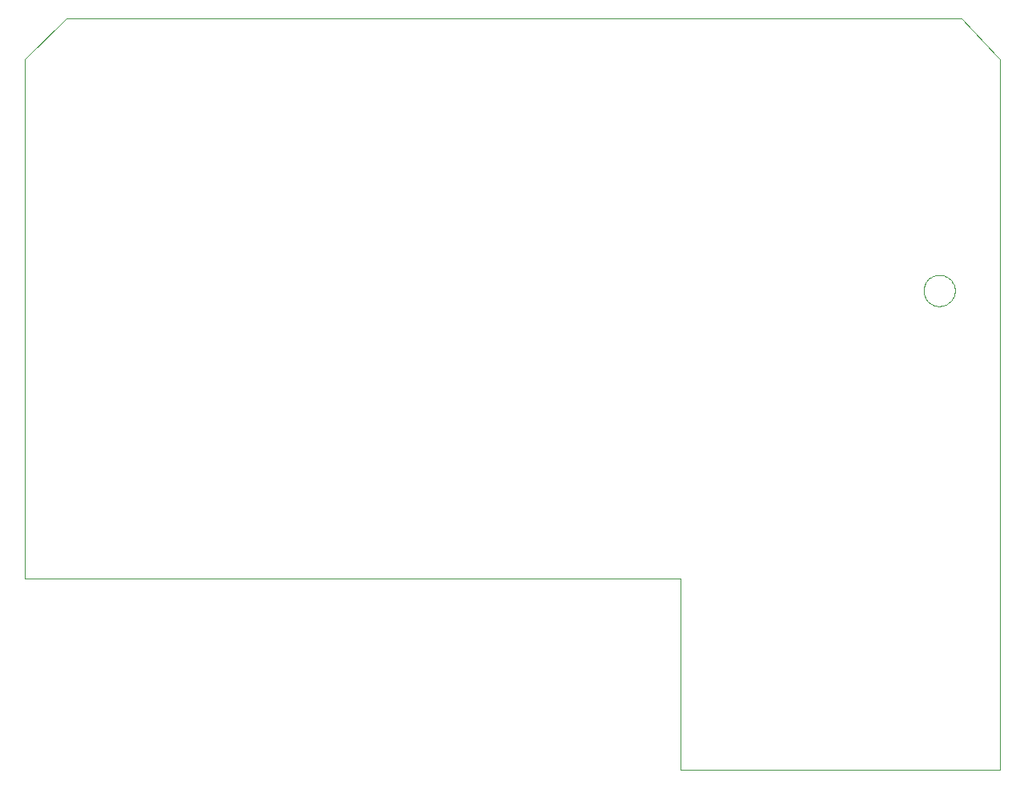
<source format=gbp>
G75*
%MOIN*%
%OFA0B0*%
%FSLAX24Y24*%
%IPPOS*%
%LPD*%
%AMOC8*
5,1,8,0,0,1.08239X$1,22.5*
%
%ADD10C,0.0010*%
%ADD11C,0.0000*%
D10*
X006460Y012268D02*
X006460Y033893D01*
X006449Y033893D01*
X008199Y035593D01*
X045445Y035593D01*
X046945Y034018D01*
X047060Y033893D01*
X047060Y004293D01*
X033760Y004293D01*
X033760Y012268D01*
X006460Y012268D01*
D11*
X043885Y024268D02*
X043887Y024318D01*
X043893Y024368D01*
X043903Y024418D01*
X043916Y024466D01*
X043933Y024514D01*
X043954Y024560D01*
X043978Y024604D01*
X044006Y024646D01*
X044037Y024686D01*
X044071Y024723D01*
X044108Y024758D01*
X044147Y024789D01*
X044188Y024818D01*
X044232Y024843D01*
X044278Y024865D01*
X044325Y024883D01*
X044373Y024897D01*
X044422Y024908D01*
X044472Y024915D01*
X044522Y024918D01*
X044573Y024917D01*
X044623Y024912D01*
X044673Y024903D01*
X044721Y024891D01*
X044769Y024874D01*
X044815Y024854D01*
X044860Y024831D01*
X044903Y024804D01*
X044943Y024774D01*
X044981Y024741D01*
X045016Y024705D01*
X045049Y024666D01*
X045078Y024625D01*
X045104Y024582D01*
X045127Y024537D01*
X045146Y024490D01*
X045161Y024442D01*
X045173Y024393D01*
X045181Y024343D01*
X045185Y024293D01*
X045185Y024243D01*
X045181Y024193D01*
X045173Y024143D01*
X045161Y024094D01*
X045146Y024046D01*
X045127Y023999D01*
X045104Y023954D01*
X045078Y023911D01*
X045049Y023870D01*
X045016Y023831D01*
X044981Y023795D01*
X044943Y023762D01*
X044903Y023732D01*
X044860Y023705D01*
X044815Y023682D01*
X044769Y023662D01*
X044721Y023645D01*
X044673Y023633D01*
X044623Y023624D01*
X044573Y023619D01*
X044522Y023618D01*
X044472Y023621D01*
X044422Y023628D01*
X044373Y023639D01*
X044325Y023653D01*
X044278Y023671D01*
X044232Y023693D01*
X044188Y023718D01*
X044147Y023747D01*
X044108Y023778D01*
X044071Y023813D01*
X044037Y023850D01*
X044006Y023890D01*
X043978Y023932D01*
X043954Y023976D01*
X043933Y024022D01*
X043916Y024070D01*
X043903Y024118D01*
X043893Y024168D01*
X043887Y024218D01*
X043885Y024268D01*
M02*

</source>
